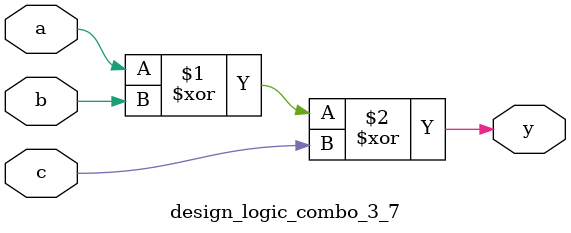
<source format=sv>
module design_logic_combo_3_7(input logic a,b,c, output logic y);
  assign y = (a ^ b) ^ c;
endmodule

</source>
